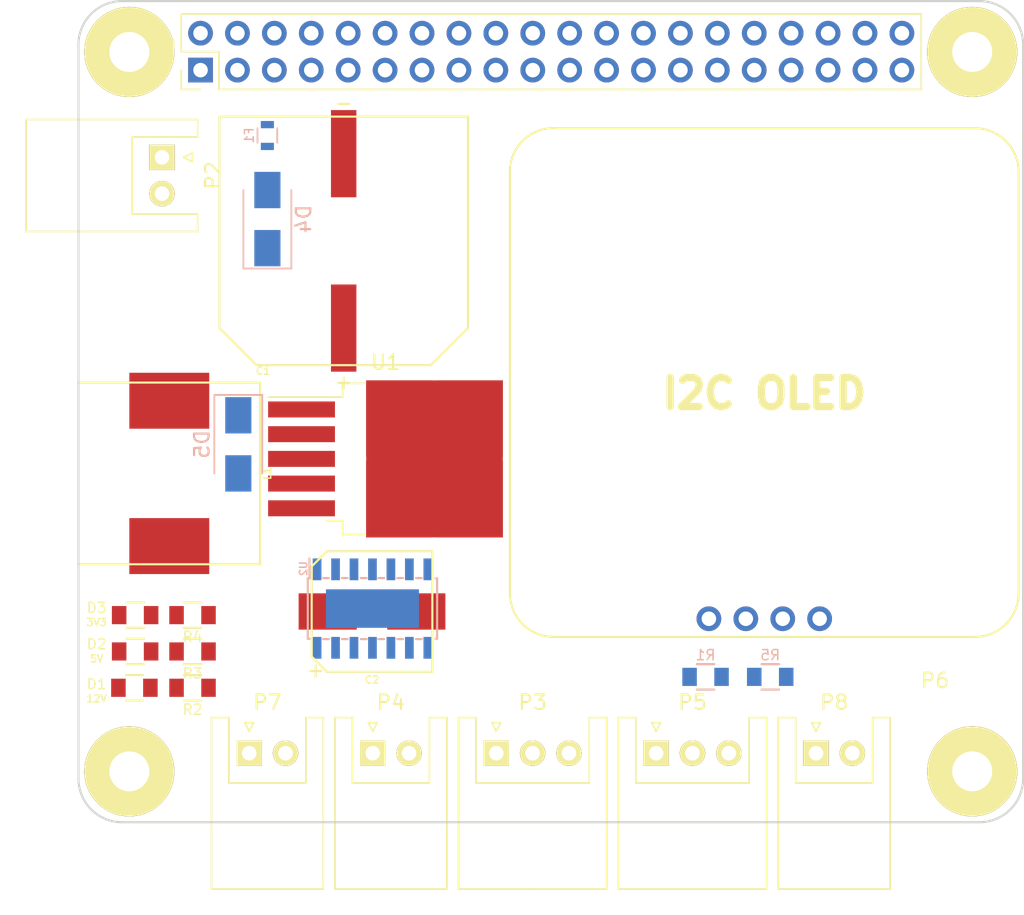
<source format=kicad_pcb>
(kicad_pcb (version 4) (host pcbnew 4.0.7)

  (general
    (links 66)
    (no_connects 62)
    (area 49.924999 93.424999 115.075001 150.075001)
    (thickness 1.6)
    (drawings 8)
    (tracks 0)
    (zones 0)
    (modules 28)
    (nets 20)
  )

  (page A4)
  (layers
    (0 F.Cu signal)
    (31 B.Cu signal)
    (32 B.Adhes user)
    (33 F.Adhes user)
    (34 B.Paste user)
    (35 F.Paste user)
    (36 B.SilkS user)
    (37 F.SilkS user)
    (38 B.Mask user)
    (39 F.Mask user)
    (40 Dwgs.User user)
    (41 Cmts.User user)
    (42 Eco1.User user)
    (43 Eco2.User user)
    (44 Edge.Cuts user)
    (45 Margin user)
    (46 B.CrtYd user)
    (47 F.CrtYd user)
    (48 B.Fab user)
    (49 F.Fab user)
  )

  (setup
    (last_trace_width 0.25)
    (user_trace_width 0.1524)
    (user_trace_width 0.381)
    (user_trace_width 0.508)
    (user_trace_width 0.762)
    (user_trace_width 0.889)
    (trace_clearance 0.2)
    (zone_clearance 0.508)
    (zone_45_only no)
    (trace_min 0.1524)
    (segment_width 0.2)
    (edge_width 0.15)
    (via_size 0.6)
    (via_drill 0.4)
    (via_min_size 0.4)
    (via_min_drill 0.3)
    (user_via 0.4 0.3)
    (uvia_size 0.3)
    (uvia_drill 0.1)
    (uvias_allowed no)
    (uvia_min_size 0.2)
    (uvia_min_drill 0.1)
    (pcb_text_width 0.3)
    (pcb_text_size 1.5 1.5)
    (mod_edge_width 0.15)
    (mod_text_size 1 1)
    (mod_text_width 0.15)
    (pad_size 6.2 6.2)
    (pad_drill 2.75)
    (pad_to_mask_clearance 0.2)
    (aux_axis_origin 50 150)
    (grid_origin 50 150)
    (visible_elements FFFFFF7F)
    (pcbplotparams
      (layerselection 0x00030_80000001)
      (usegerberextensions false)
      (excludeedgelayer true)
      (linewidth 0.100000)
      (plotframeref false)
      (viasonmask false)
      (mode 1)
      (useauxorigin false)
      (hpglpennumber 1)
      (hpglpenspeed 20)
      (hpglpendiameter 15)
      (hpglpenoverlay 2)
      (psnegative false)
      (psa4output false)
      (plotreference true)
      (plotvalue true)
      (plotinvisibletext false)
      (padsonsilk false)
      (subtractmaskfromsilk false)
      (outputformat 1)
      (mirror false)
      (drillshape 1)
      (scaleselection 1)
      (outputdirectory ""))
  )

  (net 0 "")
  (net 1 +3.3V)
  (net 2 +5V)
  (net 3 GND)
  (net 4 /GPIO4)
  (net 5 /GPIO14)
  (net 6 /GPIO15)
  (net 7 /GPIO17)
  (net 8 /GPIO18)
  (net 9 /FAN_CTRL)
  (net 10 "Net-(C1-Pad1)")
  (net 11 "Net-(D1-Pad1)")
  (net 12 +12V)
  (net 13 "Net-(D2-Pad1)")
  (net 14 "Net-(D3-Pad1)")
  (net 15 "Net-(D4-Pad2)")
  (net 16 "Net-(D5-Pad1)")
  (net 17 /I2C_SDA)
  (net 18 /I2C_SCL)
  (net 19 /LIGHT_CTRL)

  (net_class Default "This is the default net class."
    (clearance 0.2)
    (trace_width 0.25)
    (via_dia 0.6)
    (via_drill 0.4)
    (uvia_dia 0.3)
    (uvia_drill 0.1)
    (add_net +12V)
    (add_net +3.3V)
    (add_net +5V)
    (add_net /FAN_CTRL)
    (add_net /GPIO14)
    (add_net /GPIO15)
    (add_net /GPIO17)
    (add_net /GPIO18)
    (add_net /GPIO4)
    (add_net /I2C_SCL)
    (add_net /I2C_SDA)
    (add_net /LIGHT_CTRL)
    (add_net GND)
    (add_net "Net-(C1-Pad1)")
    (add_net "Net-(D1-Pad1)")
    (add_net "Net-(D2-Pad1)")
    (add_net "Net-(D3-Pad1)")
    (add_net "Net-(D4-Pad2)")
    (add_net "Net-(D5-Pad1)")
  )

  (module Pin_Headers:Pin_Header_Straight_2x20_Pitch2.54mm (layer F.Cu) (tedit 59650533) (tstamp 5B230ED9)
    (at 58.4 98.25 90)
    (descr "Through hole straight pin header, 2x20, 2.54mm pitch, double rows")
    (tags "Through hole pin header THT 2x20 2.54mm double row")
    (path /5B15D1C3)
    (fp_text reference P1 (at 1.27 -2.33 90) (layer F.SilkS)
      (effects (font (size 1 1) (thickness 0.15)))
    )
    (fp_text value RPi3 (at 1.27 50.59 90) (layer F.Fab)
      (effects (font (size 1 1) (thickness 0.15)))
    )
    (fp_line (start 0 -1.27) (end 3.81 -1.27) (layer F.Fab) (width 0.1))
    (fp_line (start 3.81 -1.27) (end 3.81 49.53) (layer F.Fab) (width 0.1))
    (fp_line (start 3.81 49.53) (end -1.27 49.53) (layer F.Fab) (width 0.1))
    (fp_line (start -1.27 49.53) (end -1.27 0) (layer F.Fab) (width 0.1))
    (fp_line (start -1.27 0) (end 0 -1.27) (layer F.Fab) (width 0.1))
    (fp_line (start -1.33 49.59) (end 3.87 49.59) (layer F.SilkS) (width 0.12))
    (fp_line (start -1.33 1.27) (end -1.33 49.59) (layer F.SilkS) (width 0.12))
    (fp_line (start 3.87 -1.33) (end 3.87 49.59) (layer F.SilkS) (width 0.12))
    (fp_line (start -1.33 1.27) (end 1.27 1.27) (layer F.SilkS) (width 0.12))
    (fp_line (start 1.27 1.27) (end 1.27 -1.33) (layer F.SilkS) (width 0.12))
    (fp_line (start 1.27 -1.33) (end 3.87 -1.33) (layer F.SilkS) (width 0.12))
    (fp_line (start -1.33 0) (end -1.33 -1.33) (layer F.SilkS) (width 0.12))
    (fp_line (start -1.33 -1.33) (end 0 -1.33) (layer F.SilkS) (width 0.12))
    (fp_line (start -1.8 -1.8) (end -1.8 50.05) (layer F.CrtYd) (width 0.05))
    (fp_line (start -1.8 50.05) (end 4.35 50.05) (layer F.CrtYd) (width 0.05))
    (fp_line (start 4.35 50.05) (end 4.35 -1.8) (layer F.CrtYd) (width 0.05))
    (fp_line (start 4.35 -1.8) (end -1.8 -1.8) (layer F.CrtYd) (width 0.05))
    (fp_text user %R (at 1.27 24.13 180) (layer F.Fab)
      (effects (font (size 1 1) (thickness 0.15)))
    )
    (pad 1 thru_hole rect (at 0 0 90) (size 1.7 1.7) (drill 1) (layers *.Cu *.Mask)
      (net 1 +3.3V))
    (pad 2 thru_hole oval (at 2.54 0 90) (size 1.7 1.7) (drill 1) (layers *.Cu *.Mask)
      (net 2 +5V))
    (pad 3 thru_hole oval (at 0 2.54 90) (size 1.7 1.7) (drill 1) (layers *.Cu *.Mask)
      (net 17 /I2C_SDA))
    (pad 4 thru_hole oval (at 2.54 2.54 90) (size 1.7 1.7) (drill 1) (layers *.Cu *.Mask)
      (net 2 +5V))
    (pad 5 thru_hole oval (at 0 5.08 90) (size 1.7 1.7) (drill 1) (layers *.Cu *.Mask)
      (net 18 /I2C_SCL))
    (pad 6 thru_hole oval (at 2.54 5.08 90) (size 1.7 1.7) (drill 1) (layers *.Cu *.Mask)
      (net 3 GND))
    (pad 7 thru_hole oval (at 0 7.62 90) (size 1.7 1.7) (drill 1) (layers *.Cu *.Mask)
      (net 4 /GPIO4))
    (pad 8 thru_hole oval (at 2.54 7.62 90) (size 1.7 1.7) (drill 1) (layers *.Cu *.Mask)
      (net 5 /GPIO14))
    (pad 9 thru_hole oval (at 0 10.16 90) (size 1.7 1.7) (drill 1) (layers *.Cu *.Mask)
      (net 3 GND))
    (pad 10 thru_hole oval (at 2.54 10.16 90) (size 1.7 1.7) (drill 1) (layers *.Cu *.Mask)
      (net 6 /GPIO15))
    (pad 11 thru_hole oval (at 0 12.7 90) (size 1.7 1.7) (drill 1) (layers *.Cu *.Mask)
      (net 7 /GPIO17))
    (pad 12 thru_hole oval (at 2.54 12.7 90) (size 1.7 1.7) (drill 1) (layers *.Cu *.Mask)
      (net 8 /GPIO18))
    (pad 13 thru_hole oval (at 0 15.24 90) (size 1.7 1.7) (drill 1) (layers *.Cu *.Mask))
    (pad 14 thru_hole oval (at 2.54 15.24 90) (size 1.7 1.7) (drill 1) (layers *.Cu *.Mask)
      (net 3 GND))
    (pad 15 thru_hole oval (at 0 17.78 90) (size 1.7 1.7) (drill 1) (layers *.Cu *.Mask))
    (pad 16 thru_hole oval (at 2.54 17.78 90) (size 1.7 1.7) (drill 1) (layers *.Cu *.Mask))
    (pad 17 thru_hole oval (at 0 20.32 90) (size 1.7 1.7) (drill 1) (layers *.Cu *.Mask)
      (net 1 +3.3V))
    (pad 18 thru_hole oval (at 2.54 20.32 90) (size 1.7 1.7) (drill 1) (layers *.Cu *.Mask))
    (pad 19 thru_hole oval (at 0 22.86 90) (size 1.7 1.7) (drill 1) (layers *.Cu *.Mask))
    (pad 20 thru_hole oval (at 2.54 22.86 90) (size 1.7 1.7) (drill 1) (layers *.Cu *.Mask)
      (net 3 GND))
    (pad 21 thru_hole oval (at 0 25.4 90) (size 1.7 1.7) (drill 1) (layers *.Cu *.Mask))
    (pad 22 thru_hole oval (at 2.54 25.4 90) (size 1.7 1.7) (drill 1) (layers *.Cu *.Mask))
    (pad 23 thru_hole oval (at 0 27.94 90) (size 1.7 1.7) (drill 1) (layers *.Cu *.Mask))
    (pad 24 thru_hole oval (at 2.54 27.94 90) (size 1.7 1.7) (drill 1) (layers *.Cu *.Mask))
    (pad 25 thru_hole oval (at 0 30.48 90) (size 1.7 1.7) (drill 1) (layers *.Cu *.Mask)
      (net 3 GND))
    (pad 26 thru_hole oval (at 2.54 30.48 90) (size 1.7 1.7) (drill 1) (layers *.Cu *.Mask))
    (pad 27 thru_hole oval (at 0 33.02 90) (size 1.7 1.7) (drill 1) (layers *.Cu *.Mask))
    (pad 28 thru_hole oval (at 2.54 33.02 90) (size 1.7 1.7) (drill 1) (layers *.Cu *.Mask))
    (pad 29 thru_hole oval (at 0 35.56 90) (size 1.7 1.7) (drill 1) (layers *.Cu *.Mask))
    (pad 30 thru_hole oval (at 2.54 35.56 90) (size 1.7 1.7) (drill 1) (layers *.Cu *.Mask)
      (net 3 GND))
    (pad 31 thru_hole oval (at 0 38.1 90) (size 1.7 1.7) (drill 1) (layers *.Cu *.Mask))
    (pad 32 thru_hole oval (at 2.54 38.1 90) (size 1.7 1.7) (drill 1) (layers *.Cu *.Mask))
    (pad 33 thru_hole oval (at 0 40.64 90) (size 1.7 1.7) (drill 1) (layers *.Cu *.Mask))
    (pad 34 thru_hole oval (at 2.54 40.64 90) (size 1.7 1.7) (drill 1) (layers *.Cu *.Mask)
      (net 3 GND))
    (pad 35 thru_hole oval (at 0 43.18 90) (size 1.7 1.7) (drill 1) (layers *.Cu *.Mask))
    (pad 36 thru_hole oval (at 2.54 43.18 90) (size 1.7 1.7) (drill 1) (layers *.Cu *.Mask))
    (pad 37 thru_hole oval (at 0 45.72 90) (size 1.7 1.7) (drill 1) (layers *.Cu *.Mask))
    (pad 38 thru_hole oval (at 2.54 45.72 90) (size 1.7 1.7) (drill 1) (layers *.Cu *.Mask))
    (pad 39 thru_hole oval (at 0 48.26 90) (size 1.7 1.7) (drill 1) (layers *.Cu *.Mask)
      (net 3 GND))
    (pad 40 thru_hole oval (at 2.54 48.26 90) (size 1.7 1.7) (drill 1) (layers *.Cu *.Mask))
    (model ${KISYS3DMOD}/Pin_Headers.3dshapes/Pin_Header_Straight_2x20_Pitch2.54mm.wrl
      (at (xyz 0 0 0))
      (scale (xyz 1 1 1))
      (rotate (xyz 0 0 0))
    )
  )

  (module Connectors_JST:JST_XH_S02B-XH-A_02x2.50mm_Angled (layer F.Cu) (tedit 58EAE850) (tstamp 5B230F00)
    (at 55.75 104.25 270)
    (descr "JST XH series connector, S02B-XH-A, side entry type, through hole")
    (tags "connector jst xh tht side horizontal angled 2.50mm")
    (path /5B15EC67)
    (fp_text reference P2 (at 1.25 -3.5 270) (layer F.SilkS)
      (effects (font (size 1 1) (thickness 0.15)))
    )
    (fp_text value PWR (at 1.25 10.3 270) (layer F.Fab)
      (effects (font (size 1 1) (thickness 0.15)))
    )
    (fp_line (start -2.45 -2.3) (end -2.45 9.2) (layer F.Fab) (width 0.1))
    (fp_line (start -2.45 9.2) (end 4.95 9.2) (layer F.Fab) (width 0.1))
    (fp_line (start 4.95 9.2) (end 4.95 -2.3) (layer F.Fab) (width 0.1))
    (fp_line (start 4.95 -2.3) (end -2.45 -2.3) (layer F.Fab) (width 0.1))
    (fp_line (start -2.95 -2.8) (end -2.95 9.7) (layer F.CrtYd) (width 0.05))
    (fp_line (start -2.95 9.7) (end 5.45 9.7) (layer F.CrtYd) (width 0.05))
    (fp_line (start 5.45 9.7) (end 5.45 -2.8) (layer F.CrtYd) (width 0.05))
    (fp_line (start 5.45 -2.8) (end -2.95 -2.8) (layer F.CrtYd) (width 0.05))
    (fp_line (start 1.25 9.35) (end -2.6 9.35) (layer F.SilkS) (width 0.12))
    (fp_line (start -2.6 9.35) (end -2.6 -2.45) (layer F.SilkS) (width 0.12))
    (fp_line (start -2.6 -2.45) (end -1.4 -2.45) (layer F.SilkS) (width 0.12))
    (fp_line (start -1.4 -2.45) (end -1.4 2.05) (layer F.SilkS) (width 0.12))
    (fp_line (start -1.4 2.05) (end 1.25 2.05) (layer F.SilkS) (width 0.12))
    (fp_line (start 1.25 9.35) (end 5.1 9.35) (layer F.SilkS) (width 0.12))
    (fp_line (start 5.1 9.35) (end 5.1 -2.45) (layer F.SilkS) (width 0.12))
    (fp_line (start 5.1 -2.45) (end 3.9 -2.45) (layer F.SilkS) (width 0.12))
    (fp_line (start 3.9 -2.45) (end 3.9 2.05) (layer F.SilkS) (width 0.12))
    (fp_line (start 3.9 2.05) (end 1.25 2.05) (layer F.SilkS) (width 0.12))
    (fp_line (start -0.25 3.45) (end -0.25 8.7) (layer F.Fab) (width 0.1))
    (fp_line (start -0.25 8.7) (end 0.25 8.7) (layer F.Fab) (width 0.1))
    (fp_line (start 0.25 8.7) (end 0.25 3.45) (layer F.Fab) (width 0.1))
    (fp_line (start 0.25 3.45) (end -0.25 3.45) (layer F.Fab) (width 0.1))
    (fp_line (start 2.25 3.45) (end 2.25 8.7) (layer F.Fab) (width 0.1))
    (fp_line (start 2.25 8.7) (end 2.75 8.7) (layer F.Fab) (width 0.1))
    (fp_line (start 2.75 8.7) (end 2.75 3.45) (layer F.Fab) (width 0.1))
    (fp_line (start 2.75 3.45) (end 2.25 3.45) (layer F.Fab) (width 0.1))
    (fp_line (start 0 -1.5) (end -0.3 -2.1) (layer F.SilkS) (width 0.12))
    (fp_line (start -0.3 -2.1) (end 0.3 -2.1) (layer F.SilkS) (width 0.12))
    (fp_line (start 0.3 -2.1) (end 0 -1.5) (layer F.SilkS) (width 0.12))
    (fp_line (start 0 -1.5) (end -0.3 -2.1) (layer F.Fab) (width 0.1))
    (fp_line (start -0.3 -2.1) (end 0.3 -2.1) (layer F.Fab) (width 0.1))
    (fp_line (start 0.3 -2.1) (end 0 -1.5) (layer F.Fab) (width 0.1))
    (fp_text user %R (at 1.25 2.25 270) (layer F.Fab)
      (effects (font (size 1 1) (thickness 0.15)))
    )
    (pad 1 thru_hole rect (at 0 0 270) (size 1.75 1.75) (drill 1) (layers *.Cu *.Mask F.SilkS)
      (net 12 +12V))
    (pad 2 thru_hole circle (at 2.5 0 270) (size 1.75 1.75) (drill 1) (layers *.Cu *.Mask F.SilkS)
      (net 3 GND))
    (model Connectors_JST.3dshapes/JST_XH_S02B-XH-A_02x2.50mm_Angled.wrl
      (at (xyz 0 0 0))
      (scale (xyz 1 1 1))
      (rotate (xyz 0 0 0))
    )
  )

  (module Connectors_JST:JST_XH_S03B-XH-A_03x2.50mm_Angled (layer F.Cu) (tedit 58EAE850) (tstamp 5B230F2C)
    (at 78.75 145.25)
    (descr "JST XH series connector, S03B-XH-A, side entry type, through hole")
    (tags "connector jst xh tht side horizontal angled 2.50mm")
    (path /5B15E068)
    (fp_text reference P3 (at 2.5 -3.5) (layer F.SilkS)
      (effects (font (size 1 1) (thickness 0.15)))
    )
    (fp_text value SERVO (at 2.5 10.3) (layer F.Fab)
      (effects (font (size 1 1) (thickness 0.15)))
    )
    (fp_line (start -2.45 -2.3) (end -2.45 9.2) (layer F.Fab) (width 0.1))
    (fp_line (start -2.45 9.2) (end 7.45 9.2) (layer F.Fab) (width 0.1))
    (fp_line (start 7.45 9.2) (end 7.45 -2.3) (layer F.Fab) (width 0.1))
    (fp_line (start 7.45 -2.3) (end -2.45 -2.3) (layer F.Fab) (width 0.1))
    (fp_line (start -2.95 -2.8) (end -2.95 9.7) (layer F.CrtYd) (width 0.05))
    (fp_line (start -2.95 9.7) (end 7.95 9.7) (layer F.CrtYd) (width 0.05))
    (fp_line (start 7.95 9.7) (end 7.95 -2.8) (layer F.CrtYd) (width 0.05))
    (fp_line (start 7.95 -2.8) (end -2.95 -2.8) (layer F.CrtYd) (width 0.05))
    (fp_line (start 2.5 9.35) (end -2.6 9.35) (layer F.SilkS) (width 0.12))
    (fp_line (start -2.6 9.35) (end -2.6 -2.45) (layer F.SilkS) (width 0.12))
    (fp_line (start -2.6 -2.45) (end -1.4 -2.45) (layer F.SilkS) (width 0.12))
    (fp_line (start -1.4 -2.45) (end -1.4 2.05) (layer F.SilkS) (width 0.12))
    (fp_line (start -1.4 2.05) (end 2.5 2.05) (layer F.SilkS) (width 0.12))
    (fp_line (start 2.5 9.35) (end 7.6 9.35) (layer F.SilkS) (width 0.12))
    (fp_line (start 7.6 9.35) (end 7.6 -2.45) (layer F.SilkS) (width 0.12))
    (fp_line (start 7.6 -2.45) (end 6.4 -2.45) (layer F.SilkS) (width 0.12))
    (fp_line (start 6.4 -2.45) (end 6.4 2.05) (layer F.SilkS) (width 0.12))
    (fp_line (start 6.4 2.05) (end 2.5 2.05) (layer F.SilkS) (width 0.12))
    (fp_line (start -0.25 3.45) (end -0.25 8.7) (layer F.Fab) (width 0.1))
    (fp_line (start -0.25 8.7) (end 0.25 8.7) (layer F.Fab) (width 0.1))
    (fp_line (start 0.25 8.7) (end 0.25 3.45) (layer F.Fab) (width 0.1))
    (fp_line (start 0.25 3.45) (end -0.25 3.45) (layer F.Fab) (width 0.1))
    (fp_line (start 2.25 3.45) (end 2.25 8.7) (layer F.Fab) (width 0.1))
    (fp_line (start 2.25 8.7) (end 2.75 8.7) (layer F.Fab) (width 0.1))
    (fp_line (start 2.75 8.7) (end 2.75 3.45) (layer F.Fab) (width 0.1))
    (fp_line (start 2.75 3.45) (end 2.25 3.45) (layer F.Fab) (width 0.1))
    (fp_line (start 4.75 3.45) (end 4.75 8.7) (layer F.Fab) (width 0.1))
    (fp_line (start 4.75 8.7) (end 5.25 8.7) (layer F.Fab) (width 0.1))
    (fp_line (start 5.25 8.7) (end 5.25 3.45) (layer F.Fab) (width 0.1))
    (fp_line (start 5.25 3.45) (end 4.75 3.45) (layer F.Fab) (width 0.1))
    (fp_line (start 0 -1.5) (end -0.3 -2.1) (layer F.SilkS) (width 0.12))
    (fp_line (start -0.3 -2.1) (end 0.3 -2.1) (layer F.SilkS) (width 0.12))
    (fp_line (start 0.3 -2.1) (end 0 -1.5) (layer F.SilkS) (width 0.12))
    (fp_line (start 0 -1.5) (end -0.3 -2.1) (layer F.Fab) (width 0.1))
    (fp_line (start -0.3 -2.1) (end 0.3 -2.1) (layer F.Fab) (width 0.1))
    (fp_line (start 0.3 -2.1) (end 0 -1.5) (layer F.Fab) (width 0.1))
    (fp_text user %R (at 2.5 2.25) (layer F.Fab)
      (effects (font (size 1 1) (thickness 0.15)))
    )
    (pad 1 thru_hole rect (at 0 0) (size 1.75 1.75) (drill 1) (layers *.Cu *.Mask F.SilkS)
      (net 3 GND))
    (pad 2 thru_hole circle (at 2.5 0) (size 1.75 1.75) (drill 1) (layers *.Cu *.Mask F.SilkS)
      (net 2 +5V))
    (pad 3 thru_hole circle (at 5 0) (size 1.75 1.75) (drill 1) (layers *.Cu *.Mask F.SilkS)
      (net 8 /GPIO18))
    (model Connectors_JST.3dshapes/JST_XH_S03B-XH-A_03x2.50mm_Angled.wrl
      (at (xyz 0 0 0))
      (scale (xyz 1 1 1))
      (rotate (xyz 0 0 0))
    )
  )

  (module Connectors_JST:JST_XH_S02B-XH-A_02x2.50mm_Angled (layer F.Cu) (tedit 58EAE850) (tstamp 5B230F53)
    (at 70.25 145.25)
    (descr "JST XH series connector, S02B-XH-A, side entry type, through hole")
    (tags "connector jst xh tht side horizontal angled 2.50mm")
    (path /5B15E8A9)
    (fp_text reference P4 (at 1.25 -3.5) (layer F.SilkS)
      (effects (font (size 1 1) (thickness 0.15)))
    )
    (fp_text value FAN (at 1.25 10.3) (layer F.Fab)
      (effects (font (size 1 1) (thickness 0.15)))
    )
    (fp_line (start -2.45 -2.3) (end -2.45 9.2) (layer F.Fab) (width 0.1))
    (fp_line (start -2.45 9.2) (end 4.95 9.2) (layer F.Fab) (width 0.1))
    (fp_line (start 4.95 9.2) (end 4.95 -2.3) (layer F.Fab) (width 0.1))
    (fp_line (start 4.95 -2.3) (end -2.45 -2.3) (layer F.Fab) (width 0.1))
    (fp_line (start -2.95 -2.8) (end -2.95 9.7) (layer F.CrtYd) (width 0.05))
    (fp_line (start -2.95 9.7) (end 5.45 9.7) (layer F.CrtYd) (width 0.05))
    (fp_line (start 5.45 9.7) (end 5.45 -2.8) (layer F.CrtYd) (width 0.05))
    (fp_line (start 5.45 -2.8) (end -2.95 -2.8) (layer F.CrtYd) (width 0.05))
    (fp_line (start 1.25 9.35) (end -2.6 9.35) (layer F.SilkS) (width 0.12))
    (fp_line (start -2.6 9.35) (end -2.6 -2.45) (layer F.SilkS) (width 0.12))
    (fp_line (start -2.6 -2.45) (end -1.4 -2.45) (layer F.SilkS) (width 0.12))
    (fp_line (start -1.4 -2.45) (end -1.4 2.05) (layer F.SilkS) (width 0.12))
    (fp_line (start -1.4 2.05) (end 1.25 2.05) (layer F.SilkS) (width 0.12))
    (fp_line (start 1.25 9.35) (end 5.1 9.35) (layer F.SilkS) (width 0.12))
    (fp_line (start 5.1 9.35) (end 5.1 -2.45) (layer F.SilkS) (width 0.12))
    (fp_line (start 5.1 -2.45) (end 3.9 -2.45) (layer F.SilkS) (width 0.12))
    (fp_line (start 3.9 -2.45) (end 3.9 2.05) (layer F.SilkS) (width 0.12))
    (fp_line (start 3.9 2.05) (end 1.25 2.05) (layer F.SilkS) (width 0.12))
    (fp_line (start -0.25 3.45) (end -0.25 8.7) (layer F.Fab) (width 0.1))
    (fp_line (start -0.25 8.7) (end 0.25 8.7) (layer F.Fab) (width 0.1))
    (fp_line (start 0.25 8.7) (end 0.25 3.45) (layer F.Fab) (width 0.1))
    (fp_line (start 0.25 3.45) (end -0.25 3.45) (layer F.Fab) (width 0.1))
    (fp_line (start 2.25 3.45) (end 2.25 8.7) (layer F.Fab) (width 0.1))
    (fp_line (start 2.25 8.7) (end 2.75 8.7) (layer F.Fab) (width 0.1))
    (fp_line (start 2.75 8.7) (end 2.75 3.45) (layer F.Fab) (width 0.1))
    (fp_line (start 2.75 3.45) (end 2.25 3.45) (layer F.Fab) (width 0.1))
    (fp_line (start 0 -1.5) (end -0.3 -2.1) (layer F.SilkS) (width 0.12))
    (fp_line (start -0.3 -2.1) (end 0.3 -2.1) (layer F.SilkS) (width 0.12))
    (fp_line (start 0.3 -2.1) (end 0 -1.5) (layer F.SilkS) (width 0.12))
    (fp_line (start 0 -1.5) (end -0.3 -2.1) (layer F.Fab) (width 0.1))
    (fp_line (start -0.3 -2.1) (end 0.3 -2.1) (layer F.Fab) (width 0.1))
    (fp_line (start 0.3 -2.1) (end 0 -1.5) (layer F.Fab) (width 0.1))
    (fp_text user %R (at 1.25 2.25) (layer F.Fab)
      (effects (font (size 1 1) (thickness 0.15)))
    )
    (pad 1 thru_hole rect (at 0 0) (size 1.75 1.75) (drill 1) (layers *.Cu *.Mask F.SilkS)
      (net 9 /FAN_CTRL))
    (pad 2 thru_hole circle (at 2.5 0) (size 1.75 1.75) (drill 1) (layers *.Cu *.Mask F.SilkS)
      (net 3 GND))
    (model Connectors_JST.3dshapes/JST_XH_S02B-XH-A_02x2.50mm_Angled.wrl
      (at (xyz 0 0 0))
      (scale (xyz 1 1 1))
      (rotate (xyz 0 0 0))
    )
  )

  (module Connectors_JST:JST_XH_S03B-XH-A_03x2.50mm_Angled (layer F.Cu) (tedit 58EAE850) (tstamp 5B230F7F)
    (at 89.75 145.25)
    (descr "JST XH series connector, S03B-XH-A, side entry type, through hole")
    (tags "connector jst xh tht side horizontal angled 2.50mm")
    (path /5B15F732)
    (fp_text reference P5 (at 2.5 -3.5) (layer F.SilkS)
      (effects (font (size 1 1) (thickness 0.15)))
    )
    (fp_text value TEMP (at 2.5 10.3) (layer F.Fab)
      (effects (font (size 1 1) (thickness 0.15)))
    )
    (fp_line (start -2.45 -2.3) (end -2.45 9.2) (layer F.Fab) (width 0.1))
    (fp_line (start -2.45 9.2) (end 7.45 9.2) (layer F.Fab) (width 0.1))
    (fp_line (start 7.45 9.2) (end 7.45 -2.3) (layer F.Fab) (width 0.1))
    (fp_line (start 7.45 -2.3) (end -2.45 -2.3) (layer F.Fab) (width 0.1))
    (fp_line (start -2.95 -2.8) (end -2.95 9.7) (layer F.CrtYd) (width 0.05))
    (fp_line (start -2.95 9.7) (end 7.95 9.7) (layer F.CrtYd) (width 0.05))
    (fp_line (start 7.95 9.7) (end 7.95 -2.8) (layer F.CrtYd) (width 0.05))
    (fp_line (start 7.95 -2.8) (end -2.95 -2.8) (layer F.CrtYd) (width 0.05))
    (fp_line (start 2.5 9.35) (end -2.6 9.35) (layer F.SilkS) (width 0.12))
    (fp_line (start -2.6 9.35) (end -2.6 -2.45) (layer F.SilkS) (width 0.12))
    (fp_line (start -2.6 -2.45) (end -1.4 -2.45) (layer F.SilkS) (width 0.12))
    (fp_line (start -1.4 -2.45) (end -1.4 2.05) (layer F.SilkS) (width 0.12))
    (fp_line (start -1.4 2.05) (end 2.5 2.05) (layer F.SilkS) (width 0.12))
    (fp_line (start 2.5 9.35) (end 7.6 9.35) (layer F.SilkS) (width 0.12))
    (fp_line (start 7.6 9.35) (end 7.6 -2.45) (layer F.SilkS) (width 0.12))
    (fp_line (start 7.6 -2.45) (end 6.4 -2.45) (layer F.SilkS) (width 0.12))
    (fp_line (start 6.4 -2.45) (end 6.4 2.05) (layer F.SilkS) (width 0.12))
    (fp_line (start 6.4 2.05) (end 2.5 2.05) (layer F.SilkS) (width 0.12))
    (fp_line (start -0.25 3.45) (end -0.25 8.7) (layer F.Fab) (width 0.1))
    (fp_line (start -0.25 8.7) (end 0.25 8.7) (layer F.Fab) (width 0.1))
    (fp_line (start 0.25 8.7) (end 0.25 3.45) (layer F.Fab) (width 0.1))
    (fp_line (start 0.25 3.45) (end -0.25 3.45) (layer F.Fab) (width 0.1))
    (fp_line (start 2.25 3.45) (end 2.25 8.7) (layer F.Fab) (width 0.1))
    (fp_line (start 2.25 8.7) (end 2.75 8.7) (layer F.Fab) (width 0.1))
    (fp_line (start 2.75 8.7) (end 2.75 3.45) (layer F.Fab) (width 0.1))
    (fp_line (start 2.75 3.45) (end 2.25 3.45) (layer F.Fab) (width 0.1))
    (fp_line (start 4.75 3.45) (end 4.75 8.7) (layer F.Fab) (width 0.1))
    (fp_line (start 4.75 8.7) (end 5.25 8.7) (layer F.Fab) (width 0.1))
    (fp_line (start 5.25 8.7) (end 5.25 3.45) (layer F.Fab) (width 0.1))
    (fp_line (start 5.25 3.45) (end 4.75 3.45) (layer F.Fab) (width 0.1))
    (fp_line (start 0 -1.5) (end -0.3 -2.1) (layer F.SilkS) (width 0.12))
    (fp_line (start -0.3 -2.1) (end 0.3 -2.1) (layer F.SilkS) (width 0.12))
    (fp_line (start 0.3 -2.1) (end 0 -1.5) (layer F.SilkS) (width 0.12))
    (fp_line (start 0 -1.5) (end -0.3 -2.1) (layer F.Fab) (width 0.1))
    (fp_line (start -0.3 -2.1) (end 0.3 -2.1) (layer F.Fab) (width 0.1))
    (fp_line (start 0.3 -2.1) (end 0 -1.5) (layer F.Fab) (width 0.1))
    (fp_text user %R (at 2.5 2.25) (layer F.Fab)
      (effects (font (size 1 1) (thickness 0.15)))
    )
    (pad 1 thru_hole rect (at 0 0) (size 1.75 1.75) (drill 1) (layers *.Cu *.Mask F.SilkS)
      (net 3 GND))
    (pad 2 thru_hole circle (at 2.5 0) (size 1.75 1.75) (drill 1) (layers *.Cu *.Mask F.SilkS)
      (net 4 /GPIO4))
    (pad 3 thru_hole circle (at 5 0) (size 1.75 1.75) (drill 1) (layers *.Cu *.Mask F.SilkS)
      (net 1 +3.3V))
    (model Connectors_JST.3dshapes/JST_XH_S03B-XH-A_03x2.50mm_Angled.wrl
      (at (xyz 0 0 0))
      (scale (xyz 1 1 1))
      (rotate (xyz 0 0 0))
    )
  )

  (module µ104KiCAD_RLC:SMD_pkg_0805 (layer B.Cu) (tedit 59A8225A) (tstamp 5B230F8C)
    (at 93.15 140 180)
    (descr "Resistor SMD 0805, reflow soldering, Vishay (see dcrcw.pdf)")
    (tags "resistor 0805")
    (path /5B15F9DC)
    (attr smd)
    (fp_text reference R1 (at 0 1.5 180) (layer B.SilkS)
      (effects (font (size 0.7 0.7) (thickness 0.1)) (justify mirror))
    )
    (fp_text value 4k7 (at 0 0 180) (layer B.Fab)
      (effects (font (size 0.5 0.5) (thickness 0.1)) (justify mirror))
    )
    (fp_text user %R (at 0 0 180) (layer B.CrtYd)
      (effects (font (size 0.7 0.7) (thickness 0.1)) (justify mirror))
    )
    (fp_line (start -1.6 1) (end 1.6 1) (layer B.CrtYd) (width 0.05))
    (fp_line (start -1.6 -1) (end 1.6 -1) (layer B.CrtYd) (width 0.05))
    (fp_line (start -1.6 1) (end -1.6 -1) (layer B.CrtYd) (width 0.05))
    (fp_line (start 1.6 1) (end 1.6 -1) (layer B.CrtYd) (width 0.05))
    (fp_line (start 0.6 -0.875) (end -0.6 -0.875) (layer B.SilkS) (width 0.15))
    (fp_line (start -0.6 0.875) (end 0.6 0.875) (layer B.SilkS) (width 0.15))
    (pad 1 smd rect (at -1.1 0 180) (size 1 1.25) (layers B.Cu B.Paste B.Mask)
      (net 1 +3.3V))
    (pad 2 smd rect (at 1.1 0 180) (size 1 1.25) (layers B.Cu B.Paste B.Mask)
      (net 4 /GPIO4))
    (model KrakenKiCAD_RLC_3D/SMD_pkg_0805.wrl
      (at (xyz 0 0 0))
      (scale (xyz 1 1 1))
      (rotate (xyz 0 0 0))
    )
  )

  (module µ104KiCAD_RLC:C_Nichicon_UCZ_D16_H17 (layer F.Cu) (tedit 55C4B5FC) (tstamp 5B235435)
    (at 68.25 110 180)
    (path /5B16627A)
    (fp_text reference C1 (at 5.55 -8.95 360) (layer F.SilkS)
      (effects (font (size 0.5 0.5) (thickness 0.1)))
    )
    (fp_text value 680uF (at 0 0 180) (layer F.Fab)
      (effects (font (size 0.75 0.75) (thickness 0.1)))
    )
    (fp_text user - (at 0 9.5 180) (layer F.SilkS)
      (effects (font (size 1 1) (thickness 0.15)))
    )
    (fp_text user + (at 0 -9.7 180) (layer F.SilkS)
      (effects (font (size 1 1) (thickness 0.15)))
    )
    (fp_line (start 8.55 -6) (end 6 -8.55) (layer F.SilkS) (width 0.15))
    (fp_line (start -8.55 -6) (end -6 -8.55) (layer F.SilkS) (width 0.15))
    (fp_line (start -8.55 -6) (end -8.55 8.55) (layer F.SilkS) (width 0.15))
    (fp_line (start -8.55 8.55) (end 8.55 8.55) (layer F.SilkS) (width 0.15))
    (fp_line (start -6 -8.55) (end 6 -8.55) (layer F.SilkS) (width 0.15))
    (fp_line (start 8.55 -6) (end 8.55 8.55) (layer F.SilkS) (width 0.15))
    (pad 2 smd rect (at 0 6 180) (size 1.75 6) (layers F.Cu F.Paste F.Mask)
      (net 3 GND))
    (pad 1 smd rect (at 0 -6 180) (size 1.75 6) (layers F.Cu F.Paste F.Mask)
      (net 10 "Net-(C1-Pad1)"))
  )

  (module µ104KiCAD_RLC:C_Nichicon_ULH_D8_H11 (layer F.Cu) (tedit 58AF7CA8) (tstamp 5B235442)
    (at 70.2 135.5 270)
    (path /5B167217)
    (fp_text reference C2 (at 4.7 0 360) (layer F.SilkS)
      (effects (font (size 0.5 0.5) (thickness 0.1)))
    )
    (fp_text value 220uF (at 0 0 270) (layer F.Fab)
      (effects (font (size 0.5 0.5) (thickness 0.1)))
    )
    (fp_line (start -4.15 -4.15) (end -4.15 3.1) (layer F.SilkS) (width 0.15))
    (fp_line (start 4.15 3.1) (end 4.15 -4.15) (layer F.SilkS) (width 0.15))
    (fp_line (start -3.1 4.15) (end 3.1 4.15) (layer F.SilkS) (width 0.15))
    (fp_line (start -3.1 4.15) (end -4.15 3.1) (layer F.SilkS) (width 0.15))
    (fp_line (start 3.1 4.15) (end 4.15 3.1) (layer F.SilkS) (width 0.15))
    (fp_text user + (at 4.1 3.95 270) (layer F.SilkS)
      (effects (font (size 1 1) (thickness 0.15)))
    )
    (fp_line (start -4.15 -4.15) (end 4.15 -4.15) (layer F.SilkS) (width 0.15))
    (pad 2 smd rect (at 0 -3.05 270) (size 2.5 4) (layers F.Cu F.Paste F.Mask)
      (net 3 GND))
    (pad 1 smd rect (at 0 3.05 270) (size 2.5 4) (layers F.Cu F.Paste F.Mask)
      (net 2 +5V))
  )

  (module µ104KiCAD_RLC:SMD_pkg_0805 (layer F.Cu) (tedit 5B161550) (tstamp 5B23544F)
    (at 53.85 140.75 180)
    (descr "Resistor SMD 0805, reflow soldering, Vishay (see dcrcw.pdf)")
    (tags "resistor 0805")
    (path /5B16A9DF)
    (attr smd)
    (fp_text reference D1 (at 2.6 0.25 180) (layer F.SilkS)
      (effects (font (size 0.7 0.7) (thickness 0.1)))
    )
    (fp_text value 12V (at 2.6 -0.75 180) (layer F.SilkS)
      (effects (font (size 0.5 0.5) (thickness 0.1)))
    )
    (fp_text user %R (at 0 0 180) (layer F.CrtYd)
      (effects (font (size 0.7 0.7) (thickness 0.1)))
    )
    (fp_line (start -1.6 -1) (end 1.6 -1) (layer F.CrtYd) (width 0.05))
    (fp_line (start -1.6 1) (end 1.6 1) (layer F.CrtYd) (width 0.05))
    (fp_line (start -1.6 -1) (end -1.6 1) (layer F.CrtYd) (width 0.05))
    (fp_line (start 1.6 -1) (end 1.6 1) (layer F.CrtYd) (width 0.05))
    (fp_line (start 0.6 0.875) (end -0.6 0.875) (layer F.SilkS) (width 0.15))
    (fp_line (start -0.6 -0.875) (end 0.6 -0.875) (layer F.SilkS) (width 0.15))
    (pad 1 smd rect (at -1.1 0 180) (size 1 1.25) (layers F.Cu F.Paste F.Mask)
      (net 11 "Net-(D1-Pad1)"))
    (pad 2 smd rect (at 1.1 0 180) (size 1 1.25) (layers F.Cu F.Paste F.Mask)
      (net 12 +12V))
    (model KrakenKiCAD_RLC_3D/SMD_pkg_0805.wrl
      (at (xyz 0 0 0))
      (scale (xyz 1 1 1))
      (rotate (xyz 0 0 0))
    )
  )

  (module µ104KiCAD_RLC:SMD_pkg_0805 (layer F.Cu) (tedit 5B161564) (tstamp 5B23545C)
    (at 53.9 138.25 180)
    (descr "Resistor SMD 0805, reflow soldering, Vishay (see dcrcw.pdf)")
    (tags "resistor 0805")
    (path /5B16B957)
    (attr smd)
    (fp_text reference D2 (at 2.65 0.5 180) (layer F.SilkS)
      (effects (font (size 0.7 0.7) (thickness 0.1)))
    )
    (fp_text value 5V (at 2.65 -0.5 180) (layer F.SilkS)
      (effects (font (size 0.5 0.5) (thickness 0.1)))
    )
    (fp_text user %R (at 0 0 180) (layer F.CrtYd)
      (effects (font (size 0.7 0.7) (thickness 0.1)))
    )
    (fp_line (start -1.6 -1) (end 1.6 -1) (layer F.CrtYd) (width 0.05))
    (fp_line (start -1.6 1) (end 1.6 1) (layer F.CrtYd) (width 0.05))
    (fp_line (start -1.6 -1) (end -1.6 1) (layer F.CrtYd) (width 0.05))
    (fp_line (start 1.6 -1) (end 1.6 1) (layer F.CrtYd) (width 0.05))
    (fp_line (start 0.6 0.875) (end -0.6 0.875) (layer F.SilkS) (width 0.15))
    (fp_line (start -0.6 -0.875) (end 0.6 -0.875) (layer F.SilkS) (width 0.15))
    (pad 1 smd rect (at -1.1 0 180) (size 1 1.25) (layers F.Cu F.Paste F.Mask)
      (net 13 "Net-(D2-Pad1)"))
    (pad 2 smd rect (at 1.1 0 180) (size 1 1.25) (layers F.Cu F.Paste F.Mask)
      (net 2 +5V))
    (model KrakenKiCAD_RLC_3D/SMD_pkg_0805.wrl
      (at (xyz 0 0 0))
      (scale (xyz 1 1 1))
      (rotate (xyz 0 0 0))
    )
  )

  (module µ104KiCAD_RLC:SMD_pkg_0805 (layer F.Cu) (tedit 5B16157E) (tstamp 5B235469)
    (at 53.9 135.75 180)
    (descr "Resistor SMD 0805, reflow soldering, Vishay (see dcrcw.pdf)")
    (tags "resistor 0805")
    (path /5B16B9F9)
    (attr smd)
    (fp_text reference D3 (at 2.65 0.5 180) (layer F.SilkS)
      (effects (font (size 0.7 0.7) (thickness 0.1)))
    )
    (fp_text value 3V3 (at 2.65 -0.5 180) (layer F.SilkS)
      (effects (font (size 0.5 0.5) (thickness 0.1)))
    )
    (fp_text user %R (at 0 0 180) (layer F.CrtYd)
      (effects (font (size 0.7 0.7) (thickness 0.1)))
    )
    (fp_line (start -1.6 -1) (end 1.6 -1) (layer F.CrtYd) (width 0.05))
    (fp_line (start -1.6 1) (end 1.6 1) (layer F.CrtYd) (width 0.05))
    (fp_line (start -1.6 -1) (end -1.6 1) (layer F.CrtYd) (width 0.05))
    (fp_line (start 1.6 -1) (end 1.6 1) (layer F.CrtYd) (width 0.05))
    (fp_line (start 0.6 0.875) (end -0.6 0.875) (layer F.SilkS) (width 0.15))
    (fp_line (start -0.6 -0.875) (end 0.6 -0.875) (layer F.SilkS) (width 0.15))
    (pad 1 smd rect (at -1.1 0 180) (size 1 1.25) (layers F.Cu F.Paste F.Mask)
      (net 14 "Net-(D3-Pad1)"))
    (pad 2 smd rect (at 1.1 0 180) (size 1 1.25) (layers F.Cu F.Paste F.Mask)
      (net 1 +3.3V))
    (model KrakenKiCAD_RLC_3D/SMD_pkg_0805.wrl
      (at (xyz 0 0 0))
      (scale (xyz 1 1 1))
      (rotate (xyz 0 0 0))
    )
  )

  (module Diodes_SMD:D_SMA (layer B.Cu) (tedit 586432E5) (tstamp 5B235481)
    (at 63 108.5 90)
    (descr "Diode SMA (DO-214AC)")
    (tags "Diode SMA (DO-214AC)")
    (path /5B166C35)
    (attr smd)
    (fp_text reference D4 (at 0 2.5 90) (layer B.SilkS)
      (effects (font (size 1 1) (thickness 0.15)) (justify mirror))
    )
    (fp_text value "30V 3A" (at 0 -2.6 90) (layer B.Fab)
      (effects (font (size 1 1) (thickness 0.15)) (justify mirror))
    )
    (fp_text user %R (at 0 2.5 90) (layer B.Fab)
      (effects (font (size 1 1) (thickness 0.15)) (justify mirror))
    )
    (fp_line (start -3.4 1.65) (end -3.4 -1.65) (layer B.SilkS) (width 0.12))
    (fp_line (start 2.3 -1.5) (end -2.3 -1.5) (layer B.Fab) (width 0.1))
    (fp_line (start -2.3 -1.5) (end -2.3 1.5) (layer B.Fab) (width 0.1))
    (fp_line (start 2.3 1.5) (end 2.3 -1.5) (layer B.Fab) (width 0.1))
    (fp_line (start 2.3 1.5) (end -2.3 1.5) (layer B.Fab) (width 0.1))
    (fp_line (start -3.5 1.75) (end 3.5 1.75) (layer B.CrtYd) (width 0.05))
    (fp_line (start 3.5 1.75) (end 3.5 -1.75) (layer B.CrtYd) (width 0.05))
    (fp_line (start 3.5 -1.75) (end -3.5 -1.75) (layer B.CrtYd) (width 0.05))
    (fp_line (start -3.5 -1.75) (end -3.5 1.75) (layer B.CrtYd) (width 0.05))
    (fp_line (start -0.64944 -0.00102) (end -1.55114 -0.00102) (layer B.Fab) (width 0.1))
    (fp_line (start 0.50118 -0.00102) (end 1.4994 -0.00102) (layer B.Fab) (width 0.1))
    (fp_line (start -0.64944 0.79908) (end -0.64944 -0.80112) (layer B.Fab) (width 0.1))
    (fp_line (start 0.50118 -0.75032) (end 0.50118 0.79908) (layer B.Fab) (width 0.1))
    (fp_line (start -0.64944 -0.00102) (end 0.50118 -0.75032) (layer B.Fab) (width 0.1))
    (fp_line (start -0.64944 -0.00102) (end 0.50118 0.79908) (layer B.Fab) (width 0.1))
    (fp_line (start -3.4 -1.65) (end 2 -1.65) (layer B.SilkS) (width 0.12))
    (fp_line (start -3.4 1.65) (end 2 1.65) (layer B.SilkS) (width 0.12))
    (pad 1 smd rect (at -2 0 90) (size 2.5 1.8) (layers B.Cu B.Paste B.Mask)
      (net 10 "Net-(C1-Pad1)"))
    (pad 2 smd rect (at 2 0 90) (size 2.5 1.8) (layers B.Cu B.Paste B.Mask)
      (net 15 "Net-(D4-Pad2)"))
    (model ${KISYS3DMOD}/Diodes_SMD.3dshapes/D_SMA.wrl
      (at (xyz 0 0 0))
      (scale (xyz 1 1 1))
      (rotate (xyz 0 0 0))
    )
  )

  (module Diodes_SMD:D_SMA (layer B.Cu) (tedit 586432E5) (tstamp 5B235499)
    (at 61 124 270)
    (descr "Diode SMA (DO-214AC)")
    (tags "Diode SMA (DO-214AC)")
    (path /5B168414)
    (attr smd)
    (fp_text reference D5 (at 0 2.5 270) (layer B.SilkS)
      (effects (font (size 1 1) (thickness 0.15)) (justify mirror))
    )
    (fp_text value "30V 3A" (at 0 -2.6 270) (layer B.Fab)
      (effects (font (size 1 1) (thickness 0.15)) (justify mirror))
    )
    (fp_text user %R (at 0 2.5 270) (layer B.Fab)
      (effects (font (size 1 1) (thickness 0.15)) (justify mirror))
    )
    (fp_line (start -3.4 1.65) (end -3.4 -1.65) (layer B.SilkS) (width 0.12))
    (fp_line (start 2.3 -1.5) (end -2.3 -1.5) (layer B.Fab) (width 0.1))
    (fp_line (start -2.3 -1.5) (end -2.3 1.5) (layer B.Fab) (width 0.1))
    (fp_line (start 2.3 1.5) (end 2.3 -1.5) (layer B.Fab) (width 0.1))
    (fp_line (start 2.3 1.5) (end -2.3 1.5) (layer B.Fab) (width 0.1))
    (fp_line (start -3.5 1.75) (end 3.5 1.75) (layer B.CrtYd) (width 0.05))
    (fp_line (start 3.5 1.75) (end 3.5 -1.75) (layer B.CrtYd) (width 0.05))
    (fp_line (start 3.5 -1.75) (end -3.5 -1.75) (layer B.CrtYd) (width 0.05))
    (fp_line (start -3.5 -1.75) (end -3.5 1.75) (layer B.CrtYd) (width 0.05))
    (fp_line (start -0.64944 -0.00102) (end -1.55114 -0.00102) (layer B.Fab) (width 0.1))
    (fp_line (start 0.50118 -0.00102) (end 1.4994 -0.00102) (layer B.Fab) (width 0.1))
    (fp_line (start -0.64944 0.79908) (end -0.64944 -0.80112) (layer B.Fab) (width 0.1))
    (fp_line (start 0.50118 -0.75032) (end 0.50118 0.79908) (layer B.Fab) (width 0.1))
    (fp_line (start -0.64944 -0.00102) (end 0.50118 -0.75032) (layer B.Fab) (width 0.1))
    (fp_line (start -0.64944 -0.00102) (end 0.50118 0.79908) (layer B.Fab) (width 0.1))
    (fp_line (start -3.4 -1.65) (end 2 -1.65) (layer B.SilkS) (width 0.12))
    (fp_line (start -3.4 1.65) (end 2 1.65) (layer B.SilkS) (width 0.12))
    (pad 1 smd rect (at -2 0 270) (size 2.5 1.8) (layers B.Cu B.Paste B.Mask)
      (net 16 "Net-(D5-Pad1)"))
    (pad 2 smd rect (at 2 0 270) (size 2.5 1.8) (layers B.Cu B.Paste B.Mask)
      (net 3 GND))
    (model ${KISYS3DMOD}/Diodes_SMD.3dshapes/D_SMA.wrl
      (at (xyz 0 0 0))
      (scale (xyz 1 1 1))
      (rotate (xyz 0 0 0))
    )
  )

  (module µ104KiCAD_RLC:SMD_pkg_0603 (layer B.Cu) (tedit 59C8F66A) (tstamp 5B2354A6)
    (at 63 102.75 270)
    (descr "Resistor SMD 0603, reflow soldering, Vishay (see dcrcw.pdf)")
    (tags "resistor 0603")
    (path /5B166BEA)
    (attr smd)
    (fp_text reference F1 (at 0 1.25 270) (layer B.SilkS)
      (effects (font (size 0.6 0.6) (thickness 0.1)) (justify mirror))
    )
    (fp_text value 3A (at 0 0 270) (layer B.Fab)
      (effects (font (size 0.5 0.5) (thickness 0.1)) (justify mirror))
    )
    (fp_text user %R (at 0 0 270) (layer B.CrtYd)
      (effects (font (size 0.4 0.4) (thickness 0.075)) (justify mirror))
    )
    (fp_line (start 0.5 -0.68) (end -0.5 -0.68) (layer B.SilkS) (width 0.12))
    (fp_line (start -0.5 0.68) (end 0.5 0.68) (layer B.SilkS) (width 0.12))
    (fp_line (start -1.25 0.7) (end 1.25 0.7) (layer B.CrtYd) (width 0.05))
    (fp_line (start -1.25 0.7) (end -1.25 -0.7) (layer B.CrtYd) (width 0.05))
    (fp_line (start 1.25 -0.7) (end 1.25 0.7) (layer B.CrtYd) (width 0.05))
    (fp_line (start 1.25 -0.7) (end -1.25 -0.7) (layer B.CrtYd) (width 0.05))
    (pad 1 smd rect (at -0.75 0 270) (size 0.5 0.9) (layers B.Cu B.Paste B.Mask)
      (net 12 +12V))
    (pad 2 smd rect (at 0.75 0 270) (size 0.5 0.9) (layers B.Cu B.Paste B.Mask)
      (net 15 "Net-(D4-Pad2)"))
    (model KrakenKiCAD_RLC_3D/SMD_pkg_0603.wrl
      (at (xyz 0 0 0))
      (scale (xyz 1 1 1))
      (rotate (xyz 0 0 0))
    )
  )

  (module µ104KiCAD_RLC:L_Eaton_DR124 (layer F.Cu) (tedit 58B6D8A2) (tstamp 5B2354B0)
    (at 56.25 126 270)
    (path /5B16718B)
    (fp_text reference L1 (at 0 -6.75 450) (layer F.SilkS)
      (effects (font (size 0.5 0.5) (thickness 0.1)))
    )
    (fp_text value 33uH (at 0 0 270) (layer F.Fab)
      (effects (font (size 0.5 0.5) (thickness 0.1)))
    )
    (fp_line (start 6.25 -6.25) (end 6.25 6.25) (layer F.SilkS) (width 0.15))
    (fp_line (start -6.25 6.25) (end 6.25 6.25) (layer F.SilkS) (width 0.15))
    (fp_line (start -6.26 -6.25) (end 6.25 -6.25) (layer F.SilkS) (width 0.15))
    (fp_line (start -6.25 -6.25) (end -6.25 6.25) (layer F.SilkS) (width 0.15))
    (pad 2 smd rect (at 5 0 270) (size 3.85 5.5) (layers F.Cu F.Paste F.Mask)
      (net 2 +5V))
    (pad 1 smd rect (at -5 0 270) (size 3.85 5.5) (layers F.Cu F.Paste F.Mask)
      (net 16 "Net-(D5-Pad1)"))
    (model KrakenKiCAD_RLC_3D/L_Eaton_DR124.wrl
      (at (xyz 0 0 0))
      (scale (xyz 1 1 1))
      (rotate (xyz 0 0 0))
    )
  )

  (module µ104KiCAD:I2C_OLED (layer F.Cu) (tedit 5B160143) (tstamp 5B2354C1)
    (at 97.44 120 180)
    (path /5B16074F)
    (fp_text reference P6 (at -11.5 -20.25 180) (layer F.SilkS)
      (effects (font (size 1 1) (thickness 0.15)))
    )
    (fp_text value OLED (at -0.25 1.75 180) (layer F.Fab)
      (effects (font (size 1 1) (thickness 0.15)))
    )
    (fp_text user "I2C OLED" (at 0.25 -0.5 180) (layer F.SilkS)
      (effects (font (size 2 2) (thickness 0.5)))
    )
    (fp_line (start -17.25 14.75) (end -17.25 -14.25) (layer F.SilkS) (width 0.15))
    (fp_line (start 14.5 17.75) (end -14.25 17.75) (layer F.SilkS) (width 0.15))
    (fp_line (start 17.75 -14.5) (end 17.75 15) (layer F.SilkS) (width 0.15))
    (fp_line (start -14.5 -17.25) (end 15 -17.25) (layer F.SilkS) (width 0.15))
    (fp_arc (start -14.25 14.75) (end -14.25 17.75) (angle 90) (layer F.SilkS) (width 0.15))
    (fp_arc (start 14.75 14.75) (end 17.75 15) (angle 90) (layer F.SilkS) (width 0.15))
    (fp_arc (start 14.75 -14.25) (end 14.75 -17.25) (angle 90) (layer F.SilkS) (width 0.15))
    (fp_arc (start -14.25 -14.25) (end -17.25 -14.25) (angle 90) (layer F.SilkS) (width 0.15))
    (pad 1 thru_hole circle (at -3.56 -16 180) (size 1.7 1.7) (drill 1) (layers *.Cu *.Mask)
      (net 2 +5V))
    (pad 2 thru_hole circle (at -1.02 -16 180) (size 1.7 1.7) (drill 1) (layers *.Cu *.Mask)
      (net 3 GND))
    (pad 3 thru_hole circle (at 1.52 -16 180) (size 1.7 1.7) (drill 1) (layers *.Cu *.Mask)
      (net 18 /I2C_SCL))
    (pad 4 thru_hole circle (at 4.06 -16 180) (size 1.7 1.7) (drill 1) (layers *.Cu *.Mask)
      (net 17 /I2C_SDA))
  )

  (module Connectors_JST:JST_XH_S02B-XH-A_02x2.50mm_Angled (layer F.Cu) (tedit 58EAE850) (tstamp 5B2354E8)
    (at 61.75 145.25)
    (descr "JST XH series connector, S02B-XH-A, side entry type, through hole")
    (tags "connector jst xh tht side horizontal angled 2.50mm")
    (path /5B16195E)
    (fp_text reference P7 (at 1.25 -3.5) (layer F.SilkS)
      (effects (font (size 1 1) (thickness 0.15)))
    )
    (fp_text value LIGHT (at 1.25 10.3) (layer F.Fab)
      (effects (font (size 1 1) (thickness 0.15)))
    )
    (fp_line (start -2.45 -2.3) (end -2.45 9.2) (layer F.Fab) (width 0.1))
    (fp_line (start -2.45 9.2) (end 4.95 9.2) (layer F.Fab) (width 0.1))
    (fp_line (start 4.95 9.2) (end 4.95 -2.3) (layer F.Fab) (width 0.1))
    (fp_line (start 4.95 -2.3) (end -2.45 -2.3) (layer F.Fab) (width 0.1))
    (fp_line (start -2.95 -2.8) (end -2.95 9.7) (layer F.CrtYd) (width 0.05))
    (fp_line (start -2.95 9.7) (end 5.45 9.7) (layer F.CrtYd) (width 0.05))
    (fp_line (start 5.45 9.7) (end 5.45 -2.8) (layer F.CrtYd) (width 0.05))
    (fp_line (start 5.45 -2.8) (end -2.95 -2.8) (layer F.CrtYd) (width 0.05))
    (fp_line (start 1.25 9.35) (end -2.6 9.35) (layer F.SilkS) (width 0.12))
    (fp_line (start -2.6 9.35) (end -2.6 -2.45) (layer F.SilkS) (width 0.12))
    (fp_line (start -2.6 -2.45) (end -1.4 -2.45) (layer F.SilkS) (width 0.12))
    (fp_line (start -1.4 -2.45) (end -1.4 2.05) (layer F.SilkS) (width 0.12))
    (fp_line (start -1.4 2.05) (end 1.25 2.05) (layer F.SilkS) (width 0.12))
    (fp_line (start 1.25 9.35) (end 5.1 9.35) (layer F.SilkS) (width 0.12))
    (fp_line (start 5.1 9.35) (end 5.1 -2.45) (layer F.SilkS) (width 0.12))
    (fp_line (start 5.1 -2.45) (end 3.9 -2.45) (layer F.SilkS) (width 0.12))
    (fp_line (start 3.9 -2.45) (end 3.9 2.05) (layer F.SilkS) (width 0.12))
    (fp_line (start 3.9 2.05) (end 1.25 2.05) (layer F.SilkS) (width 0.12))
    (fp_line (start -0.25 3.45) (end -0.25 8.7) (layer F.Fab) (width 0.1))
    (fp_line (start -0.25 8.7) (end 0.25 8.7) (layer F.Fab) (width 0.1))
    (fp_line (start 0.25 8.7) (end 0.25 3.45) (layer F.Fab) (width 0.1))
    (fp_line (start 0.25 3.45) (end -0.25 3.45) (layer F.Fab) (width 0.1))
    (fp_line (start 2.25 3.45) (end 2.25 8.7) (layer F.Fab) (width 0.1))
    (fp_line (start 2.25 8.7) (end 2.75 8.7) (layer F.Fab) (width 0.1))
    (fp_line (start 2.75 8.7) (end 2.75 3.45) (layer F.Fab) (width 0.1))
    (fp_line (start 2.75 3.45) (end 2.25 3.45) (layer F.Fab) (width 0.1))
    (fp_line (start 0 -1.5) (end -0.3 -2.1) (layer F.SilkS) (width 0.12))
    (fp_line (start -0.3 -2.1) (end 0.3 -2.1) (layer F.SilkS) (width 0.12))
    (fp_line (start 0.3 -2.1) (end 0 -1.5) (layer F.SilkS) (width 0.12))
    (fp_line (start 0 -1.5) (end -0.3 -2.1) (layer F.Fab) (width 0.1))
    (fp_line (start -0.3 -2.1) (end 0.3 -2.1) (layer F.Fab) (width 0.1))
    (fp_line (start 0.3 -2.1) (end 0 -1.5) (layer F.Fab) (width 0.1))
    (fp_text user %R (at 1.25 2.25) (layer F.Fab)
      (effects (font (size 1 1) (thickness 0.15)))
    )
    (pad 1 thru_hole rect (at 0 0) (size 1.75 1.75) (drill 1) (layers *.Cu *.Mask F.SilkS)
      (net 19 /LIGHT_CTRL))
    (pad 2 thru_hole circle (at 2.5 0) (size 1.75 1.75) (drill 1) (layers *.Cu *.Mask F.SilkS)
      (net 3 GND))
    (model Connectors_JST.3dshapes/JST_XH_S02B-XH-A_02x2.50mm_Angled.wrl
      (at (xyz 0 0 0))
      (scale (xyz 1 1 1))
      (rotate (xyz 0 0 0))
    )
  )

  (module Connectors_JST:JST_XH_S02B-XH-A_02x2.50mm_Angled (layer F.Cu) (tedit 58EAE850) (tstamp 5B23550F)
    (at 100.75 145.25)
    (descr "JST XH series connector, S02B-XH-A, side entry type, through hole")
    (tags "connector jst xh tht side horizontal angled 2.50mm")
    (path /5B161607)
    (fp_text reference P8 (at 1.25 -3.5) (layer F.SilkS)
      (effects (font (size 1 1) (thickness 0.15)))
    )
    (fp_text value DOOR (at 1.25 10.3) (layer F.Fab)
      (effects (font (size 1 1) (thickness 0.15)))
    )
    (fp_line (start -2.45 -2.3) (end -2.45 9.2) (layer F.Fab) (width 0.1))
    (fp_line (start -2.45 9.2) (end 4.95 9.2) (layer F.Fab) (width 0.1))
    (fp_line (start 4.95 9.2) (end 4.95 -2.3) (layer F.Fab) (width 0.1))
    (fp_line (start 4.95 -2.3) (end -2.45 -2.3) (layer F.Fab) (width 0.1))
    (fp_line (start -2.95 -2.8) (end -2.95 9.7) (layer F.CrtYd) (width 0.05))
    (fp_line (start -2.95 9.7) (end 5.45 9.7) (layer F.CrtYd) (width 0.05))
    (fp_line (start 5.45 9.7) (end 5.45 -2.8) (layer F.CrtYd) (width 0.05))
    (fp_line (start 5.45 -2.8) (end -2.95 -2.8) (layer F.CrtYd) (width 0.05))
    (fp_line (start 1.25 9.35) (end -2.6 9.35) (layer F.SilkS) (width 0.12))
    (fp_line (start -2.6 9.35) (end -2.6 -2.45) (layer F.SilkS) (width 0.12))
    (fp_line (start -2.6 -2.45) (end -1.4 -2.45) (layer F.SilkS) (width 0.12))
    (fp_line (start -1.4 -2.45) (end -1.4 2.05) (layer F.SilkS) (width 0.12))
    (fp_line (start -1.4 2.05) (end 1.25 2.05) (layer F.SilkS) (width 0.12))
    (fp_line (start 1.25 9.35) (end 5.1 9.35) (layer F.SilkS) (width 0.12))
    (fp_line (start 5.1 9.35) (end 5.1 -2.45) (layer F.SilkS) (width 0.12))
    (fp_line (start 5.1 -2.45) (end 3.9 -2.45) (layer F.SilkS) (width 0.12))
    (fp_line (start 3.9 -2.45) (end 3.9 2.05) (layer F.SilkS) (width 0.12))
    (fp_line (start 3.9 2.05) (end 1.25 2.05) (layer F.SilkS) (width 0.12))
    (fp_line (start -0.25 3.45) (end -0.25 8.7) (layer F.Fab) (width 0.1))
    (fp_line (start -0.25 8.7) (end 0.25 8.7) (layer F.Fab) (width 0.1))
    (fp_line (start 0.25 8.7) (end 0.25 3.45) (layer F.Fab) (width 0.1))
    (fp_line (start 0.25 3.45) (end -0.25 3.45) (layer F.Fab) (width 0.1))
    (fp_line (start 2.25 3.45) (end 2.25 8.7) (layer F.Fab) (width 0.1))
    (fp_line (start 2.25 8.7) (end 2.75 8.7) (layer F.Fab) (width 0.1))
    (fp_line (start 2.75 8.7) (end 2.75 3.45) (layer F.Fab) (width 0.1))
    (fp_line (start 2.75 3.45) (end 2.25 3.45) (layer F.Fab) (width 0.1))
    (fp_line (start 0 -1.5) (end -0.3 -2.1) (layer F.SilkS) (width 0.12))
    (fp_line (start -0.3 -2.1) (end 0.3 -2.1) (layer F.SilkS) (width 0.12))
    (fp_line (start 0.3 -2.1) (end 0 -1.5) (layer F.SilkS) (width 0.12))
    (fp_line (start 0 -1.5) (end -0.3 -2.1) (layer F.Fab) (width 0.1))
    (fp_line (start -0.3 -2.1) (end 0.3 -2.1) (layer F.Fab) (width 0.1))
    (fp_line (start 0.3 -2.1) (end 0 -1.5) (layer F.Fab) (width 0.1))
    (fp_text user %R (at 1.25 2.25) (layer F.Fab)
      (effects (font (size 1 1) (thickness 0.15)))
    )
    (pad 1 thru_hole rect (at 0 0) (size 1.75 1.75) (drill 1) (layers *.Cu *.Mask F.SilkS)
      (net 7 /GPIO17))
    (pad 2 thru_hole circle (at 2.5 0) (size 1.75 1.75) (drill 1) (layers *.Cu *.Mask F.SilkS)
      (net 3 GND))
    (model Connectors_JST.3dshapes/JST_XH_S02B-XH-A_02x2.50mm_Angled.wrl
      (at (xyz 0 0 0))
      (scale (xyz 1 1 1))
      (rotate (xyz 0 0 0))
    )
  )

  (module µ104KiCAD_RLC:SMD_pkg_0805 (layer F.Cu) (tedit 59A8225A) (tstamp 5B23551C)
    (at 57.85 140.75 180)
    (descr "Resistor SMD 0805, reflow soldering, Vishay (see dcrcw.pdf)")
    (tags "resistor 0805")
    (path /5B16B62D)
    (attr smd)
    (fp_text reference R2 (at 0 -1.5 180) (layer F.SilkS)
      (effects (font (size 0.7 0.7) (thickness 0.1)))
    )
    (fp_text value 2k (at 0 0 180) (layer F.Fab)
      (effects (font (size 0.5 0.5) (thickness 0.1)))
    )
    (fp_text user %R (at 0 0 180) (layer F.CrtYd)
      (effects (font (size 0.7 0.7) (thickness 0.1)))
    )
    (fp_line (start -1.6 -1) (end 1.6 -1) (layer F.CrtYd) (width 0.05))
    (fp_line (start -1.6 1) (end 1.6 1) (layer F.CrtYd) (width 0.05))
    (fp_line (start -1.6 -1) (end -1.6 1) (layer F.CrtYd) (width 0.05))
    (fp_line (start 1.6 -1) (end 1.6 1) (layer F.CrtYd) (width 0.05))
    (fp_line (start 0.6 0.875) (end -0.6 0.875) (layer F.SilkS) (width 0.15))
    (fp_line (start -0.6 -0.875) (end 0.6 -0.875) (layer F.SilkS) (width 0.15))
    (pad 1 smd rect (at -1.1 0 180) (size 1 1.25) (layers F.Cu F.Paste F.Mask)
      (net 3 GND))
    (pad 2 smd rect (at 1.1 0 180) (size 1 1.25) (layers F.Cu F.Paste F.Mask)
      (net 11 "Net-(D1-Pad1)"))
    (model KrakenKiCAD_RLC_3D/SMD_pkg_0805.wrl
      (at (xyz 0 0 0))
      (scale (xyz 1 1 1))
      (rotate (xyz 0 0 0))
    )
  )

  (module µ104KiCAD_RLC:SMD_pkg_0805 (layer F.Cu) (tedit 59A8225A) (tstamp 5B235529)
    (at 57.85 138.25 180)
    (descr "Resistor SMD 0805, reflow soldering, Vishay (see dcrcw.pdf)")
    (tags "resistor 0805")
    (path /5B16B963)
    (attr smd)
    (fp_text reference R3 (at 0 -1.5 180) (layer F.SilkS)
      (effects (font (size 0.7 0.7) (thickness 0.1)))
    )
    (fp_text value 620 (at 0 0 180) (layer F.Fab)
      (effects (font (size 0.5 0.5) (thickness 0.1)))
    )
    (fp_text user %R (at 0 0 180) (layer F.CrtYd)
      (effects (font (size 0.7 0.7) (thickness 0.1)))
    )
    (fp_line (start -1.6 -1) (end 1.6 -1) (layer F.CrtYd) (width 0.05))
    (fp_line (start -1.6 1) (end 1.6 1) (layer F.CrtYd) (width 0.05))
    (fp_line (start -1.6 -1) (end -1.6 1) (layer F.CrtYd) (width 0.05))
    (fp_line (start 1.6 -1) (end 1.6 1) (layer F.CrtYd) (width 0.05))
    (fp_line (start 0.6 0.875) (end -0.6 0.875) (layer F.SilkS) (width 0.15))
    (fp_line (start -0.6 -0.875) (end 0.6 -0.875) (layer F.SilkS) (width 0.15))
    (pad 1 smd rect (at -1.1 0 180) (size 1 1.25) (layers F.Cu F.Paste F.Mask)
      (net 3 GND))
    (pad 2 smd rect (at 1.1 0 180) (size 1 1.25) (layers F.Cu F.Paste F.Mask)
      (net 13 "Net-(D2-Pad1)"))
    (model KrakenKiCAD_RLC_3D/SMD_pkg_0805.wrl
      (at (xyz 0 0 0))
      (scale (xyz 1 1 1))
      (rotate (xyz 0 0 0))
    )
  )

  (module µ104KiCAD_RLC:SMD_pkg_0805 (layer F.Cu) (tedit 59A8225A) (tstamp 5B235536)
    (at 57.85 135.75 180)
    (descr "Resistor SMD 0805, reflow soldering, Vishay (see dcrcw.pdf)")
    (tags "resistor 0805")
    (path /5B16BA05)
    (attr smd)
    (fp_text reference R4 (at 0 -1.5 180) (layer F.SilkS)
      (effects (font (size 0.7 0.7) (thickness 0.1)))
    )
    (fp_text value 270 (at 0 0 180) (layer F.Fab)
      (effects (font (size 0.5 0.5) (thickness 0.1)))
    )
    (fp_text user %R (at 0 0 180) (layer F.CrtYd)
      (effects (font (size 0.7 0.7) (thickness 0.1)))
    )
    (fp_line (start -1.6 -1) (end 1.6 -1) (layer F.CrtYd) (width 0.05))
    (fp_line (start -1.6 1) (end 1.6 1) (layer F.CrtYd) (width 0.05))
    (fp_line (start -1.6 -1) (end -1.6 1) (layer F.CrtYd) (width 0.05))
    (fp_line (start 1.6 -1) (end 1.6 1) (layer F.CrtYd) (width 0.05))
    (fp_line (start 0.6 0.875) (end -0.6 0.875) (layer F.SilkS) (width 0.15))
    (fp_line (start -0.6 -0.875) (end 0.6 -0.875) (layer F.SilkS) (width 0.15))
    (pad 1 smd rect (at -1.1 0 180) (size 1 1.25) (layers F.Cu F.Paste F.Mask)
      (net 3 GND))
    (pad 2 smd rect (at 1.1 0 180) (size 1 1.25) (layers F.Cu F.Paste F.Mask)
      (net 14 "Net-(D3-Pad1)"))
    (model KrakenKiCAD_RLC_3D/SMD_pkg_0805.wrl
      (at (xyz 0 0 0))
      (scale (xyz 1 1 1))
      (rotate (xyz 0 0 0))
    )
  )

  (module µ104KiCAD_RLC:SMD_pkg_0805 (layer B.Cu) (tedit 59A8225A) (tstamp 5B235543)
    (at 97.6 140 180)
    (descr "Resistor SMD 0805, reflow soldering, Vishay (see dcrcw.pdf)")
    (tags "resistor 0805")
    (path /5B1639DD)
    (attr smd)
    (fp_text reference R5 (at 0 1.5 180) (layer B.SilkS)
      (effects (font (size 0.7 0.7) (thickness 0.1)) (justify mirror))
    )
    (fp_text value 10k (at 0 0 180) (layer B.Fab)
      (effects (font (size 0.5 0.5) (thickness 0.1)) (justify mirror))
    )
    (fp_text user %R (at 0 0 180) (layer B.CrtYd)
      (effects (font (size 0.7 0.7) (thickness 0.1)) (justify mirror))
    )
    (fp_line (start -1.6 1) (end 1.6 1) (layer B.CrtYd) (width 0.05))
    (fp_line (start -1.6 -1) (end 1.6 -1) (layer B.CrtYd) (width 0.05))
    (fp_line (start -1.6 1) (end -1.6 -1) (layer B.CrtYd) (width 0.05))
    (fp_line (start 1.6 1) (end 1.6 -1) (layer B.CrtYd) (width 0.05))
    (fp_line (start 0.6 -0.875) (end -0.6 -0.875) (layer B.SilkS) (width 0.15))
    (fp_line (start -0.6 0.875) (end 0.6 0.875) (layer B.SilkS) (width 0.15))
    (pad 1 smd rect (at -1.1 0 180) (size 1 1.25) (layers B.Cu B.Paste B.Mask)
      (net 7 /GPIO17))
    (pad 2 smd rect (at 1.1 0 180) (size 1 1.25) (layers B.Cu B.Paste B.Mask)
      (net 1 +3.3V))
    (model KrakenKiCAD_RLC_3D/SMD_pkg_0805.wrl
      (at (xyz 0 0 0))
      (scale (xyz 1 1 1))
      (rotate (xyz 0 0 0))
    )
  )

  (module µ104KiCAD_IC:SOIC-14_N-TAB (layer B.Cu) (tedit 5B0D8F8F) (tstamp 5B23556D)
    (at 70.23 135.3 270)
    (descr "14-Lead Plastic Small Outline (SL) - Narrow, 3.90 mm Body [SOIC] (see Microchip Packaging Specification 00000049BS.pdf)")
    (tags "SOIC 1.27")
    (path /5B165053)
    (attr smd)
    (fp_text reference U2 (at -2.75 4.75 270) (layer B.SilkS)
      (effects (font (size 0.5 0.5) (thickness 0.1)) (justify mirror))
    )
    (fp_text value BTS50302 (at 0.25 -0.25 540) (layer B.Fab)
      (effects (font (size 0.75 0.75) (thickness 0.15)) (justify mirror))
    )
    (fp_line (start 2.1 3.4) (end 2.1 3) (layer B.SilkS) (width 0.15))
    (fp_line (start 2.1 2.1) (end 2.1 1.7) (layer B.SilkS) (width 0.15))
    (fp_line (start 2.1 0.8) (end 2.1 0.4) (layer B.SilkS) (width 0.15))
    (fp_line (start 2.1 -0.4) (end 2.1 -0.8) (layer B.SilkS) (width 0.15))
    (fp_line (start 2.1 -1.7) (end 2.1 -2.1) (layer B.SilkS) (width 0.15))
    (fp_line (start 2.1 -3) (end 2.1 -3.4) (layer B.SilkS) (width 0.15))
    (fp_line (start -2.1 -3) (end -2.1 -3.4) (layer B.SilkS) (width 0.15))
    (fp_line (start -2.1 -1.7) (end -2.1 -2.1) (layer B.SilkS) (width 0.15))
    (fp_line (start -2.1 -0.4) (end -2.1 -0.8) (layer B.SilkS) (width 0.15))
    (fp_line (start -2.1 0.8) (end -2.1 0.4) (layer B.SilkS) (width 0.15))
    (fp_line (start -2.1 2.1) (end -2.1 1.7) (layer B.SilkS) (width 0.15))
    (fp_line (start -2.1 3.4) (end -2.1 3) (layer B.SilkS) (width 0.15))
    (fp_line (start -3.7 4.65) (end -3.7 -4.65) (layer B.CrtYd) (width 0.05))
    (fp_line (start 3.7 4.65) (end 3.7 -4.65) (layer B.CrtYd) (width 0.05))
    (fp_line (start -3.7 4.65) (end 3.7 4.65) (layer B.CrtYd) (width 0.05))
    (fp_line (start -3.7 -4.65) (end 3.7 -4.65) (layer B.CrtYd) (width 0.05))
    (fp_line (start -2.075 4.45) (end -2.075 4.335) (layer B.SilkS) (width 0.15))
    (fp_line (start 2.075 4.45) (end 2.075 4.335) (layer B.SilkS) (width 0.15))
    (fp_line (start 2.075 -4.45) (end 2.075 -4.335) (layer B.SilkS) (width 0.15))
    (fp_line (start -2.075 -4.45) (end -2.075 -4.335) (layer B.SilkS) (width 0.15))
    (fp_line (start -2.075 4.45) (end 2.075 4.45) (layer B.SilkS) (width 0.15))
    (fp_line (start -2.075 -4.45) (end 2.075 -4.45) (layer B.SilkS) (width 0.15))
    (fp_line (start -2.075 4.335) (end -3.45 4.335) (layer B.SilkS) (width 0.15))
    (pad 1 smd rect (at -2.7 3.81 270) (size 1.5 0.6) (layers B.Cu B.Paste B.Mask)
      (net 3 GND))
    (pad 2 smd rect (at -2.7 2.54 270) (size 1.5 0.6) (layers B.Cu B.Paste B.Mask)
      (net 5 /GPIO14))
    (pad 3 smd rect (at -2.7 1.27 270) (size 1.5 0.6) (layers B.Cu B.Paste B.Mask))
    (pad 4 smd rect (at -2.7 0 270) (size 1.5 0.6) (layers B.Cu B.Paste B.Mask))
    (pad 5 smd rect (at -2.7 -1.27 270) (size 1.5 0.6) (layers B.Cu B.Paste B.Mask))
    (pad 6 smd rect (at -2.7 -2.54 270) (size 1.5 0.6) (layers B.Cu B.Paste B.Mask)
      (net 6 /GPIO15))
    (pad 7 smd rect (at -2.7 -3.81 270) (size 1.5 0.6) (layers B.Cu B.Paste B.Mask))
    (pad 8 smd rect (at 2.7 -3.81 270) (size 1.5 0.6) (layers B.Cu B.Paste B.Mask)
      (net 19 /LIGHT_CTRL))
    (pad 9 smd rect (at 2.7 -2.54 270) (size 1.5 0.6) (layers B.Cu B.Paste B.Mask)
      (net 19 /LIGHT_CTRL))
    (pad 10 smd rect (at 2.7 -1.27 270) (size 1.5 0.6) (layers B.Cu B.Paste B.Mask)
      (net 19 /LIGHT_CTRL))
    (pad 11 smd rect (at 2.7 0 270) (size 1.5 0.6) (layers B.Cu B.Paste B.Mask))
    (pad 12 smd rect (at 2.7 1.27 270) (size 1.5 0.6) (layers B.Cu B.Paste B.Mask)
      (net 9 /FAN_CTRL))
    (pad 13 smd rect (at 2.7 2.54 270) (size 1.5 0.6) (layers B.Cu B.Paste B.Mask)
      (net 9 /FAN_CTRL))
    (pad 14 smd rect (at 2.7 3.81 270) (size 1.5 0.6) (layers B.Cu B.Paste B.Mask)
      (net 9 /FAN_CTRL))
    (pad TAB smd rect (at 0 0 270) (size 2.65 6.4) (layers B.Cu B.Paste B.Mask)
      (net 12 +12V))
    (model KrakenKiCAD_IC_3D/SOIC-14_NARROW.wrl
      (at (xyz 0 0 0))
      (scale (xyz 1 1 1))
      (rotate (xyz 0 0 0))
    )
  )

  (module TO_SOT_Packages_SMD:TO-263-5_TabPin3 (layer F.Cu) (tedit 590079C0) (tstamp 5B248D84)
    (at 71.125 125)
    (descr "TO-263 / D2PAK / DDPAK SMD package, http://www.infineon.com/cms/en/product/packages/PG-TO263/PG-TO263-5-1/")
    (tags "D2PAK DDPAK TO-263 D2PAK-5 TO-263-5 SOT-426")
    (path /5B15DE73)
    (attr smd)
    (fp_text reference U1 (at 0 -6.65) (layer F.SilkS)
      (effects (font (size 1 1) (thickness 0.15)))
    )
    (fp_text value LM2596S-5 (at 0 6.65) (layer F.Fab)
      (effects (font (size 1 1) (thickness 0.15)))
    )
    (fp_line (start 6.5 -5) (end 7.5 -5) (layer F.Fab) (width 0.1))
    (fp_line (start 7.5 -5) (end 7.5 5) (layer F.Fab) (width 0.1))
    (fp_line (start 7.5 5) (end 6.5 5) (layer F.Fab) (width 0.1))
    (fp_line (start 6.5 -5) (end 6.5 5) (layer F.Fab) (width 0.1))
    (fp_line (start 6.5 5) (end -2.75 5) (layer F.Fab) (width 0.1))
    (fp_line (start -2.75 5) (end -2.75 -4) (layer F.Fab) (width 0.1))
    (fp_line (start -2.75 -4) (end -1.75 -5) (layer F.Fab) (width 0.1))
    (fp_line (start -1.75 -5) (end 6.5 -5) (layer F.Fab) (width 0.1))
    (fp_line (start -2.75 -3.8) (end -7.45 -3.8) (layer F.Fab) (width 0.1))
    (fp_line (start -7.45 -3.8) (end -7.45 -3) (layer F.Fab) (width 0.1))
    (fp_line (start -7.45 -3) (end -2.75 -3) (layer F.Fab) (width 0.1))
    (fp_line (start -2.75 -2.1) (end -7.45 -2.1) (layer F.Fab) (width 0.1))
    (fp_line (start -7.45 -2.1) (end -7.45 -1.3) (layer F.Fab) (width 0.1))
    (fp_line (start -7.45 -1.3) (end -2.75 -1.3) (layer F.Fab) (width 0.1))
    (fp_line (start -2.75 -0.4) (end -7.45 -0.4) (layer F.Fab) (width 0.1))
    (fp_line (start -7.45 -0.4) (end -7.45 0.4) (layer F.Fab) (width 0.1))
    (fp_line (start -7.45 0.4) (end -2.75 0.4) (layer F.Fab) (width 0.1))
    (fp_line (start -2.75 1.3) (end -7.45 1.3) (layer F.Fab) (width 0.1))
    (fp_line (start -7.45 1.3) (end -7.45 2.1) (layer F.Fab) (width 0.1))
    (fp_line (start -7.45 2.1) (end -2.75 2.1) (layer F.Fab) (width 0.1))
    (fp_line (start -2.75 3) (end -7.45 3) (layer F.Fab) (width 0.1))
    (fp_line (start -7.45 3) (end -7.45 3.8) (layer F.Fab) (width 0.1))
    (fp_line (start -7.45 3.8) (end -2.75 3.8) (layer F.Fab) (width 0.1))
    (fp_line (start -1.45 -5.2) (end -2.95 -5.2) (layer F.SilkS) (width 0.12))
    (fp_line (start -2.95 -5.2) (end -2.95 -4.25) (layer F.SilkS) (width 0.12))
    (fp_line (start -2.95 -4.25) (end -8.075 -4.25) (layer F.SilkS) (width 0.12))
    (fp_line (start -1.45 5.2) (end -2.95 5.2) (layer F.SilkS) (width 0.12))
    (fp_line (start -2.95 5.2) (end -2.95 4.25) (layer F.SilkS) (width 0.12))
    (fp_line (start -2.95 4.25) (end -4.05 4.25) (layer F.SilkS) (width 0.12))
    (fp_line (start -8.32 -5.65) (end -8.32 5.65) (layer F.CrtYd) (width 0.05))
    (fp_line (start -8.32 5.65) (end 8.32 5.65) (layer F.CrtYd) (width 0.05))
    (fp_line (start 8.32 5.65) (end 8.32 -5.65) (layer F.CrtYd) (width 0.05))
    (fp_line (start 8.32 -5.65) (end -8.32 -5.65) (layer F.CrtYd) (width 0.05))
    (fp_text user %R (at 0 0) (layer F.Fab)
      (effects (font (size 1 1) (thickness 0.15)))
    )
    (pad 1 smd rect (at -5.775 -3.4) (size 4.6 1.1) (layers F.Cu F.Paste F.Mask)
      (net 10 "Net-(C1-Pad1)"))
    (pad 2 smd rect (at -5.775 -1.7) (size 4.6 1.1) (layers F.Cu F.Paste F.Mask)
      (net 16 "Net-(D5-Pad1)"))
    (pad 3 smd rect (at -5.775 0) (size 4.6 1.1) (layers F.Cu F.Paste F.Mask)
      (net 3 GND))
    (pad 4 smd rect (at -5.775 1.7) (size 4.6 1.1) (layers F.Cu F.Paste F.Mask)
      (net 2 +5V))
    (pad 5 smd rect (at -5.775 3.4) (size 4.6 1.1) (layers F.Cu F.Paste F.Mask)
      (net 3 GND))
    (pad 3 smd rect (at 3.375 0) (size 9.4 10.8) (layers F.Cu F.Mask)
      (net 3 GND))
    (pad 3 smd rect (at 5.8 2.775) (size 4.55 5.25) (layers F.Cu F.Paste)
      (net 3 GND))
    (pad 3 smd rect (at 0.95 -2.775) (size 4.55 5.25) (layers F.Cu F.Paste)
      (net 3 GND))
    (pad 3 smd rect (at 5.8 -2.775) (size 4.55 5.25) (layers F.Cu F.Paste)
      (net 3 GND))
    (pad 3 smd rect (at 0.95 2.775) (size 4.55 5.25) (layers F.Cu F.Paste)
      (net 3 GND))
    (model ${KISYS3DMOD}/TO_SOT_Packages_SMD.3dshapes/TO-263-5_TabPin3.wrl
      (at (xyz 0 0 0))
      (scale (xyz 1 1 1))
      (rotate (xyz 0 0 0))
    )
  )

  (module µ104KiCAD:M2.5_MountingHole (layer F.Cu) (tedit 5B161312) (tstamp 5B249C56)
    (at 53.5 146.5)
    (path /5B16E2AA)
    (fp_text reference M1 (at 0 4) (layer F.SilkS) hide
      (effects (font (size 1 1) (thickness 0.15)))
    )
    (fp_text value Mount (at 0 0) (layer F.Fab)
      (effects (font (size 1 1) (thickness 0.15)))
    )
    (pad 1 thru_hole circle (at 0 0) (size 6.2 6.2) (drill 2.75) (layers *.Cu *.Mask F.SilkS))
  )

  (module µ104KiCAD:M2.5_MountingHole (layer F.Cu) (tedit 5B161262) (tstamp 5B249C5B)
    (at 111.5 146.5)
    (path /5B16E238)
    (fp_text reference M2 (at 0 4) (layer F.SilkS) hide
      (effects (font (size 1 1) (thickness 0.15)))
    )
    (fp_text value Mount (at 0 0) (layer F.Fab)
      (effects (font (size 1 1) (thickness 0.15)))
    )
    (pad 1 thru_hole circle (at 0 0) (size 6.2 6.2) (drill 2.75) (layers *.Cu *.Mask F.SilkS))
  )

  (module µ104KiCAD:M2.5_MountingHole (layer F.Cu) (tedit 5B161262) (tstamp 5B249C60)
    (at 111.5 97)
    (path /5B16E323)
    (fp_text reference M3 (at 0 4) (layer F.SilkS) hide
      (effects (font (size 1 1) (thickness 0.15)))
    )
    (fp_text value Mount (at 0 0) (layer F.Fab)
      (effects (font (size 1 1) (thickness 0.15)))
    )
    (pad 1 thru_hole circle (at 0 0) (size 6.2 6.2) (drill 2.75) (layers *.Cu *.Mask F.SilkS))
  )

  (module µ104KiCAD:M2.5_MountingHole (layer F.Cu) (tedit 5B161262) (tstamp 5B249C65)
    (at 53.5 97)
    (path /5B16DE5A)
    (fp_text reference M4 (at 0 4) (layer F.SilkS) hide
      (effects (font (size 1 1) (thickness 0.15)))
    )
    (fp_text value Mount (at 0 0) (layer F.Fab)
      (effects (font (size 1 1) (thickness 0.15)))
    )
    (pad 1 thru_hole circle (at 0 0) (size 6.2 6.2) (drill 2.75) (layers *.Cu *.Mask F.SilkS))
  )

  (gr_line (start 50 147) (end 50 96.5) (layer Edge.Cuts) (width 0.15))
  (gr_line (start 112 150) (end 53 150) (layer Edge.Cuts) (width 0.15))
  (gr_line (start 115 96.5) (end 115 147) (layer Edge.Cuts) (width 0.15))
  (gr_line (start 53 93.5) (end 112 93.5) (layer Edge.Cuts) (width 0.15))
  (gr_arc (start 112 147) (end 115 147) (angle 90) (layer Edge.Cuts) (width 0.15))
  (gr_arc (start 112 96.5) (end 112 93.5) (angle 90) (layer Edge.Cuts) (width 0.15))
  (gr_arc (start 53 147) (end 53 150) (angle 90) (layer Edge.Cuts) (width 0.15))
  (gr_arc (start 53 96.5) (end 50 96.5) (angle 90) (layer Edge.Cuts) (width 0.15))

)

</source>
